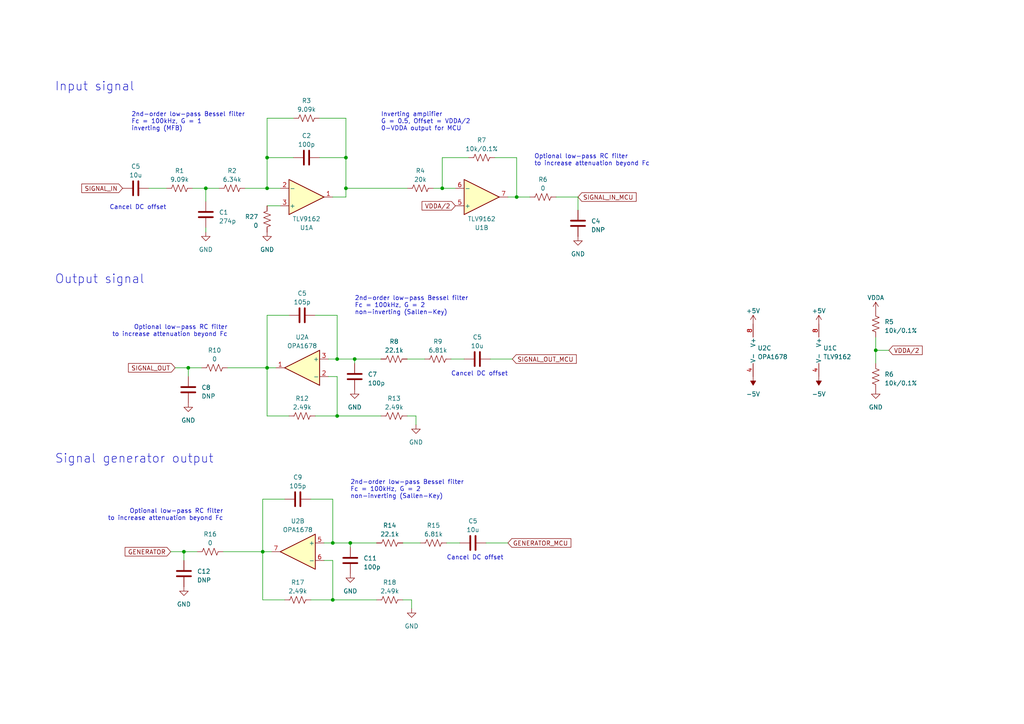
<source format=kicad_sch>
(kicad_sch (version 20230121) (generator eeschema)
  (paper "A4")
  (title_block (title "Analog signal transformation") (date "2023-08-15") (company "bitgloo") (comment 1 "Released under the CERN Open Hardware Licence Version 2 - Strongly Reciprocal"))
  (lib_symbols
    (symbol "Amplifier_Operational:TLV9062xD" (pin_names (offset 0.127))
      (property "Reference" "U" (at 2.54 6.35 0))
      (property "Value" "TLV9062xD" (at 2.54 3.81 0))
      (symbol "TLV9062xD_1_1"
        (polyline (pts (xy 5.08 0) (xy -5.08 5.08) (xy -5.08 -5.08) (xy 5.08 0)) (stroke (width 0.254)) (fill (type background)))
        (pin output line (at 7.62 0 180) (length 2.54) (name "~") (number "1"))
        (pin input line (at -7.62 -2.54 0) (length 2.54) (name "-") (number "2"))
        (pin input line (at -7.62 2.54 0) (length 2.54) (name "+") (number "3"))
      )
      (symbol "TLV9062xD_2_1"
        (polyline (pts (xy 5.08 0) (xy -5.08 5.08) (xy -5.08 -5.08) (xy 5.08 0)) (stroke (width 0.254)) (fill (type background)))
        (pin input line (at -7.62 2.54 0) (length 2.54) (name "+") (number "5"))
        (pin input line (at -7.62 -2.54 0) (length 2.54) (name "-") (number "6"))
        (pin output line (at 7.62 0 180) (length 2.54) (name "~") (number "7"))
      )
      (symbol "TLV9062xD_3_1"
        (pin power_in line (at 0 -7.62 90) (length 3.81) (name "V-") (number "4"))
        (pin power_in line (at 0 7.62 270) (length 3.81) (name "V+") (number "8"))
      )
    )
    (symbol "Device:C" (pin_numbers hide) (pin_names (offset 0.254))
      (property "Reference" "C" (at 0.635 2.54 0))
      (property "Value" "C" (at 0.635 -2.54 0))
      (symbol "C_0_1"
        (polyline (pts (xy -2.032 -0.762) (xy 2.032 -0.762)) (stroke (width 0.508)))
        (polyline (pts (xy -2.032 0.762) (xy 2.032 0.762)) (stroke (width 0.508)))
      )
      (symbol "C_1_1"
        (pin passive line (at 0 3.81 270) (length 2.794) (name "~") (number "1"))
        (pin passive line (at 0 -3.81 90) (length 2.794) (name "~") (number "2"))
      )
    )
    (symbol "Device:R_US" (pin_numbers hide) (pin_names (offset 0))
      (property "Reference" "R" (at 2.54 0 90))
      (property "Value" "R_US" (at -2.54 0 90))
      (symbol "R_US_0_1"
        (polyline (pts (xy 0 -2.286) (xy 0 -2.54)))
        (polyline (pts (xy 0 2.286) (xy 0 2.54)))
        (polyline (pts (xy 0 -0.762) (xy 1.016 -1.143) (xy 0 -1.524) (xy -1.016 -1.905) (xy 0 -2.286)))
        (polyline (pts (xy 0 0.762) (xy 1.016 0.381) (xy 0 0) (xy -1.016 -0.381) (xy 0 -0.762)))
        (polyline (pts (xy 0 2.286) (xy 1.016 1.905) (xy 0 1.524) (xy -1.016 1.143) (xy 0 0.762)))
      )
      (symbol "R_US_1_1"
        (pin passive line (at 0 3.81 270) (length 1.27) (name "~") (number "1"))
        (pin passive line (at 0 -3.81 90) (length 1.27) (name "~") (number "2"))
      )
    )
    (symbol "power:+5V" (power) (pin_names (offset 0))
      (property "Value" "+5V" (at 0 3.556 0))
      (symbol "+5V_0_1"
        (polyline (pts (xy -0.762 1.27) (xy 0 2.54)))
        (polyline (pts (xy 0 0) (xy 0 2.54)))
        (polyline (pts (xy 0 2.54) (xy 0.762 1.27)))
      )
      (symbol "+5V_1_1"
        (pin power_in line (at 0 0 90) (length 0) hide (name "+5V") (number "1"))
      )
    )
    (symbol "power:-5V" (power) (pin_names (offset 0))
      (property "Value" "-5V" (at 0 3.81 0))
      (symbol "-5V_0_0"
        (pin power_in line (at 0 0 90) (length 0) hide (name "-5V") (number "1"))
      )
      (symbol "-5V_0_1"
        (polyline (pts (xy 0 0) (xy 0 1.27) (xy 0.762 1.27) (xy 0 2.54) (xy -0.762 1.27) (xy 0 1.27)) (fill (type outline)))
      )
    )
    (symbol "power:GND" (power) (pin_names (offset 0))
      (property "Value" "GND" (at 0 -3.81 0))
      (symbol "GND_0_1"
        (polyline (pts (xy 0 0) (xy 0 -1.27) (xy 1.27 -1.27) (xy 0 -2.54) (xy -1.27 -1.27) (xy 0 -1.27)))
      )
      (symbol "GND_1_1"
        (pin power_in line (at 0 0 270) (length 0) hide (name "GND") (number "1"))
      )
    )
    (symbol "power:VDDA" (power) (pin_names (offset 0))
      (property "Value" "VDDA" (at 0 3.81 0))
      (symbol "VDDA_0_1"
        (polyline (pts (xy -0.762 1.27) (xy 0 2.54)))
        (polyline (pts (xy 0 0) (xy 0 2.54)))
        (polyline (pts (xy 0 2.54) (xy 0.762 1.27)))
      )
      (symbol "VDDA_1_1"
        (pin power_in line (at 0 0 90) (length 0) hide (name "VDDA") (number "1"))
      )
    )
  )
  (junction (at 76.2 160.02))
  (junction (at 96.52 173.99))
  (junction (at 254 101.6))
  (junction (at 77.47 45.72))
  (junction (at 97.79 104.14))
  (junction (at 102.87 104.14))
  (junction (at 77.47 106.68))
  (junction (at 100.33 45.72))
  (junction (at 149.86 57.15))
  (junction (at 54.61 106.68))
  (junction (at 97.79 120.65))
  (junction (at 101.6 157.48))
  (junction (at 128.27 54.61))
  (junction (at 77.47 54.61))
  (junction (at 53.34 160.02))
  (junction (at 100.33 54.61))
  (junction (at 96.52 157.48))
  (junction (at 59.69 54.61))
  (wire (pts (xy 57.15 160.02) (xy 53.34 160.02)))
  (wire (pts (xy 161.29 57.15) (xy 167.64 57.15)))
  (wire (pts (xy 129.54 157.48) (xy 133.35 157.48)))
  (wire (pts (xy 140.97 157.48) (xy 147.32 157.48)))
  (wire (pts (xy 55.88 54.61) (xy 59.69 54.61)))
  (wire (pts (xy 147.32 57.15) (xy 149.86 57.15)))
  (wire (pts (xy 77.47 106.68) (xy 77.47 120.65)))
  (wire (pts (xy 119.38 176.53) (xy 119.38 173.99)))
  (wire (pts (xy 100.33 34.29) (xy 100.33 45.72)))
  (wire (pts (xy 43.18 54.61) (xy 48.26 54.61)))
  (wire (pts (xy 142.24 104.14) (xy 148.59 104.14)))
  (wire (pts (xy 77.47 106.68) (xy 77.47 91.44)))
  (wire (pts (xy 97.79 104.14) (xy 102.87 104.14)))
  (wire (pts (xy 81.28 59.69) (xy 77.47 59.69)))
  (wire (pts (xy 96.52 157.48) (xy 96.52 144.78)))
  (wire (pts (xy 85.09 45.72) (xy 77.47 45.72)))
  (wire (pts (xy 254 101.6) (xy 254 105.41)))
  (wire (pts (xy 102.87 104.14) (xy 102.87 105.41)))
  (wire (pts (xy 58.42 106.68) (xy 54.61 106.68)))
  (wire (pts (xy 53.34 160.02) (xy 53.34 162.56)))
  (wire (pts (xy 50.8 106.68) (xy 54.61 106.68)))
  (wire (pts (xy 59.69 66.04) (xy 59.69 67.31)))
  (wire (pts (xy 101.6 157.48) (xy 109.22 157.48)))
  (wire (pts (xy 54.61 106.68) (xy 54.61 109.22)))
  (wire (pts (xy 97.79 120.65) (xy 110.49 120.65)))
  (wire (pts (xy 64.77 160.02) (xy 76.2 160.02)))
  (wire (pts (xy 77.47 120.65) (xy 83.82 120.65)))
  (wire (pts (xy 76.2 173.99) (xy 82.55 173.99)))
  (wire (pts (xy 76.2 160.02) (xy 76.2 144.78)))
  (wire (pts (xy 101.6 157.48) (xy 101.6 158.75)))
  (wire (pts (xy 130.81 104.14) (xy 134.62 104.14)))
  (wire (pts (xy 66.04 106.68) (xy 77.47 106.68)))
  (wire (pts (xy 120.65 123.19) (xy 120.65 120.65)))
  (wire (pts (xy 76.2 144.78) (xy 82.55 144.78)))
  (wire (pts (xy 77.47 34.29) (xy 77.47 45.72)))
  (wire (pts (xy 96.52 173.99) (xy 109.22 173.99)))
  (wire (pts (xy 167.64 60.96) (xy 167.64 57.15)))
  (wire (pts (xy 128.27 54.61) (xy 132.08 54.61)))
  (wire (pts (xy 49.53 160.02) (xy 53.34 160.02)))
  (wire (pts (xy 96.52 162.56) (xy 96.52 173.99)))
  (wire (pts (xy 93.98 157.48) (xy 96.52 157.48)))
  (wire (pts (xy 119.38 173.99) (xy 116.84 173.99)))
  (wire (pts (xy 149.86 57.15) (xy 153.67 57.15)))
  (wire (pts (xy 100.33 45.72) (xy 100.33 54.61)))
  (wire (pts (xy 149.86 45.72) (xy 149.86 57.15)))
  (wire (pts (xy 254 101.6) (xy 257.81 101.6)))
  (wire (pts (xy 95.25 104.14) (xy 97.79 104.14)))
  (wire (pts (xy 96.52 57.15) (xy 100.33 57.15)))
  (wire (pts (xy 59.69 54.61) (xy 59.69 58.42)))
  (wire (pts (xy 96.52 157.48) (xy 101.6 157.48)))
  (wire (pts (xy 120.65 120.65) (xy 118.11 120.65)))
  (wire (pts (xy 76.2 160.02) (xy 78.74 160.02)))
  (wire (pts (xy 96.52 144.78) (xy 90.17 144.78)))
  (wire (pts (xy 77.47 54.61) (xy 81.28 54.61)))
  (wire (pts (xy 125.73 54.61) (xy 128.27 54.61)))
  (wire (pts (xy 100.33 54.61) (xy 100.33 57.15)))
  (wire (pts (xy 77.47 106.68) (xy 80.01 106.68)))
  (wire (pts (xy 254 97.79) (xy 254 101.6)))
  (wire (pts (xy 118.11 104.14) (xy 123.19 104.14)))
  (wire (pts (xy 95.25 109.22) (xy 97.79 109.22)))
  (wire (pts (xy 85.09 34.29) (xy 77.47 34.29)))
  (wire (pts (xy 128.27 45.72) (xy 128.27 54.61)))
  (wire (pts (xy 77.47 91.44) (xy 83.82 91.44)))
  (wire (pts (xy 116.84 157.48) (xy 121.92 157.48)))
  (wire (pts (xy 93.98 162.56) (xy 96.52 162.56)))
  (wire (pts (xy 71.12 54.61) (xy 77.47 54.61)))
  (wire (pts (xy 100.33 54.61) (xy 118.11 54.61)))
  (wire (pts (xy 102.87 104.14) (xy 110.49 104.14)))
  (wire (pts (xy 77.47 45.72) (xy 77.47 54.61)))
  (wire (pts (xy 92.71 34.29) (xy 100.33 34.29)))
  (wire (pts (xy 91.44 120.65) (xy 97.79 120.65)))
  (wire (pts (xy 97.79 104.14) (xy 97.79 91.44)))
  (wire (pts (xy 97.79 109.22) (xy 97.79 120.65)))
  (wire (pts (xy 90.17 173.99) (xy 96.52 173.99)))
  (wire (pts (xy 135.89 45.72) (xy 128.27 45.72)))
  (wire (pts (xy 59.69 54.61) (xy 63.5 54.61)))
  (wire (pts (xy 143.51 45.72) (xy 149.86 45.72)))
  (wire (pts (xy 97.79 91.44) (xy 91.44 91.44)))
  (wire (pts (xy 76.2 160.02) (xy 76.2 173.99)))
  (wire (pts (xy 92.71 45.72) (xy 100.33 45.72)))
  (text "Cancel DC offset" (at 31.75 60.96 0) (effects (font (size 1.27 1.27)) (justify left bottom)))
  (text "2nd-order low-pass Bessel filter\nFc = 100kHz, G = 2\nnon-inverting (Sallen-Key)" (at 102.87 91.44 0) (effects (font (size 1.27 1.27)) (justify left bottom)))
  (text "Optional low-pass RC filter\nto increase attenuation beyond Fc" (at 154.94 48.26 0) (effects (font (size 1.27 1.27)) (justify left bottom)))
  (text "2nd-order low-pass Bessel filter\nFc = 100kHz, G = 1\ninverting (MFB)" (at 38.1 38.1 0) (effects (font (size 1.27 1.27)) (justify left bottom)))
  (text "Cancel DC offset" (at 129.54 162.56 0) (effects (font (size 1.27 1.27)) (justify left bottom)))
  (text "Cancel DC offset" (at 130.81 109.22 0) (effects (font (size 1.27 1.27)) (justify left bottom)))
  (text "Inverting amplifier\nG = 0.5, Offset = VDDA/2\n0-VDDA output for MCU" (at 110.49 38.1 0) (effects (font (size 1.27 1.27)) (justify left bottom)))
  (text "Signal generator output" (at 15.875 134.62 0) (effects (font (size 2.54 2.54)) (justify left bottom)))
  (text "2nd-order low-pass Bessel filter\nFc = 100kHz, G = 2\nnon-inverting (Sallen-Key)" (at 101.6 144.78 0) (effects (font (size 1.27 1.27)) (justify left bottom)))
  (text "Optional low-pass RC filter\nto increase attenuation beyond Fc" (at 66.04 97.79 0) (effects (font (size 1.27 1.27)) (justify right bottom)))
  (text "Input signal" (at 15.875 26.67 0) (effects (font (size 2.54 2.54)) (justify left bottom)))
  (text "Optional low-pass RC filter\nto increase attenuation beyond Fc" (at 64.77 151.13 0) (effects (font (size 1.27 1.27)) (justify right bottom)))
  (text "Output signal" (at 15.875 82.55 0) (effects (font (size 2.54 2.54)) (justify left bottom)))
  (global_label "GENERATOR" (shape input) (at 49.53 160.02 180) (property "Intersheetrefs" "${INTERSHEET_REFS}" (effects hide)))
  (global_label "SIGNAL_IN_MCU" (shape input) (at 167.64 57.15 0) (property "Intersheetrefs" "${INTERSHEET_REFS}" (effects hide)))
  (global_label "VDDA{slash}2" (shape input) (at 257.81 101.6 0) (property "Intersheetrefs" "${INTERSHEET_REFS}" (effects hide)))
  (global_label "GENERATOR_MCU" (shape input) (at 147.32 157.48 0) (property "Intersheetrefs" "${INTERSHEET_REFS}" (effects hide)))
  (global_label "SIGNAL_OUT_MCU" (shape input) (at 148.59 104.14 0) (property "Intersheetrefs" "${INTERSHEET_REFS}" (effects hide)))
  (global_label "VDDA{slash}2" (shape input) (at 132.08 59.69 180) (property "Intersheetrefs" "${INTERSHEET_REFS}" (effects hide)))
  (global_label "SIGNAL_IN" (shape input) (at 35.56 54.61 180) (property "Intersheetrefs" "${INTERSHEET_REFS}" (effects hide)))
  (global_label "SIGNAL_OUT" (shape input) (at 50.8 106.68 180) (property "Intersheetrefs" "${INTERSHEET_REFS}" (effects hide)))
  (symbol (lib_id "power:GND") (at 102.87 113.03 0) (unit 1)
    (property "Reference" "#PWR02" (effects hide))
    (property "Value" "GND" (at 102.87 118.11 0))
    (instances (project "DSP PAW add-on board" (path "" (reference "#PWR02") (unit 1)) (path "" (reference "#PWR09") (unit 1))))
  )
  (symbol (lib_id "Device:R_US") (at 121.92 54.61 90) (unit 1)
    (property "Reference" "R4" (at 121.92 49.53 90))
    (property "Value" "20k" (at 121.92 52.07 90))
    (property "Footprint" "Resistor_SMD:R_0603_1608Metric" (effects hide))
    (property "Part Number" "RT0603DRE0720KL" (effects hide))
    (instances (project "DSP PAW add-on board" (path "" (reference "R4") (unit 1)) (path "" (reference "R5") (unit 1))))
  )
  (symbol (lib_id "Device:R_US") (at 86.36 173.99 90) (unit 1)
    (property "Reference" "R17" (at 86.36 168.91 90))
    (property "Value" "2.49k" (at 86.36 171.45 90))
    (property "Footprint" "Resistor_SMD:R_0603_1608Metric" (effects hide))
    (property "Part Number" "RT0603DRE072K49L" (effects hide))
  )
  (symbol (lib_id "Amplifier_Operational:TLV9062xD") (at 86.36 160.02 0) (mirror y) (unit 2)
    (property "Reference" "U2" (at 86.36 151.13 0))
    (property "Value" "OPA1678" (at 86.36 153.67 0))
    (property "Footprint" "Package_SO:SOIC-8_3.9x4.9mm_P1.27mm" (effects hide))
    (property "Part Number" "OPA1652AID" (effects hide))
  )
  (symbol (lib_id "Amplifier_Operational:TLV9062xD") (at 218.44 101.6 0) (unit 3)
    (property "Reference" "U2" (at 219.71 100.965 0) (effects (justify left)))
    (property "Value" "OPA1678" (at 219.71 103.505 0) (effects (justify left)))
    (property "Footprint" "Package_SO:SOIC-8_3.9x4.9mm_P1.27mm" (effects hide))
    (property "Part Number" "OPA1652AID" (effects hide))
  )
  (symbol (lib_id "power:GND") (at 59.69 67.31 0) (unit 1)
    (property "Reference" "#PWR01" (effects hide))
    (property "Value" "GND" (at 59.69 72.39 0))
  )
  (symbol (lib_id "Device:C") (at 59.69 62.23 0) (unit 1)
    (property "Reference" "C1" (at 63.5 61.595 0) (effects (justify left)))
    (property "Value" "274p" (at 63.5 64.135 0) (effects (justify left)))
    (property "Footprint" "Capacitor_SMD:C_0603_1608Metric" (effects hide))
    (property "Part Number" "CC0603KRX7R9BB271" (effects hide))
    (instances (project "DSP PAW add-on board" (path "" (reference "C1") (unit 1)) (path "" (reference "C3") (unit 1))))
  )
  (symbol (lib_id "power:GND") (at 167.64 68.58 0) (unit 1)
    (property "Reference" "#PWR02" (effects hide))
    (property "Value" "GND" (at 167.64 73.66 0))
    (instances (project "DSP PAW add-on board" (path "" (reference "#PWR02") (unit 1)) (path "" (reference "#PWR03") (unit 1))))
  )
  (symbol (lib_id "power:-5V") (at 237.49 109.22 180) (unit 1)
    (property "Reference" "#PWR08" (effects hide))
    (property "Value" "-5V" (at 237.49 114.3 0))
  )
  (symbol (lib_id "power:GND") (at 101.6 166.37 0) (unit 1)
    (property "Reference" "#PWR02" (effects hide))
    (property "Value" "GND" (at 101.6 171.45 0))
    (instances (project "DSP PAW add-on board" (path "" (reference "#PWR02") (unit 1)) (path "" (reference "#PWR013") (unit 1))))
  )
  (symbol (lib_id "Device:R_US") (at 52.07 54.61 90) (unit 1)
    (property "Reference" "R1" (at 52.07 49.53 90))
    (property "Value" "9.09k" (at 52.07 52.07 90))
    (property "Footprint" "Resistor_SMD:R_0603_1608Metric" (effects hide))
    (property "Part Number" "RT0603DRE079K09L" (effects hide))
    (instances (project "DSP PAW add-on board" (path "" (reference "R1") (unit 1)) (path "" (reference "R3") (unit 1))))
  )
  (symbol (lib_id "Device:R_US") (at 127 104.14 90) (unit 1)
    (property "Reference" "R9" (at 127 99.06 90))
    (property "Value" "6.81k" (at 127 101.6 90))
    (property "Footprint" "Resistor_SMD:R_0603_1608Metric" (effects hide))
    (property "Part Number" "RT0603DRE076K81L" (effects hide))
  )
  (symbol (lib_id "Device:R_US") (at 87.63 120.65 90) (unit 1)
    (property "Reference" "R12" (at 87.63 115.57 90))
    (property "Value" "2.49k" (at 87.63 118.11 90))
    (property "Footprint" "Resistor_SMD:R_0603_1608Metric" (effects hide))
    (property "Part Number" "RT0603DRE072K49L" (effects hide))
  )
  (symbol (lib_id "Device:R_US") (at 77.47 63.5 0) (mirror x) (unit 1)
    (property "Reference" "R27" (at 74.93 62.865 0) (effects (justify right)))
    (property "Value" "0" (at 74.93 65.405 0) (effects (justify right)))
    (property "Footprint" "Resistor_SMD:R_0603_1608Metric" (effects hide))
    (property "Part Number" "RMCF0603ZT0R00" (effects hide))
  )
  (symbol (lib_id "power:GND") (at 254 113.03 0) (unit 1)
    (property "Reference" "#PWR05" (effects hide))
    (property "Value" "GND" (at 254 118.11 0))
    (instances (project "DSP PAW add-on board" (path "" (reference "#PWR05") (unit 1)) (path "" (reference "#PWR010") (unit 1))))
  )
  (symbol (lib_id "Device:C") (at 53.34 166.37 180) (unit 1)
    (property "Reference" "C12" (at 57.15 165.735 0) (effects (justify right)))
    (property "Value" "DNP" (at 57.15 168.275 0) (effects (justify right)))
    (property "Footprint" "Capacitor_SMD:C_0603_1608Metric" (effects hide))
  )
  (symbol (lib_id "Amplifier_Operational:TLV9062xD") (at 87.63 106.68 0) (mirror y) (unit 1)
    (property "Reference" "U2" (at 87.63 97.79 0))
    (property "Value" "OPA1678" (at 87.63 100.33 0))
    (property "Footprint" "Package_SO:SOIC-8_3.9x4.9mm_P1.27mm" (effects hide))
    (property "Part Number" "OPA1652AID" (effects hide))
  )
  (symbol (lib_id "Device:C") (at 54.61 113.03 180) (unit 1)
    (property "Reference" "C8" (at 58.42 112.395 0) (effects (justify right)))
    (property "Value" "DNP" (at 58.42 114.935 0) (effects (justify right)))
    (property "Footprint" "Capacitor_SMD:C_0603_1608Metric" (effects hide))
  )
  (symbol (lib_id "Device:C") (at 88.9 45.72 90) (unit 1)
    (property "Reference" "C2" (at 88.9 39.37 90))
    (property "Value" "100p" (at 88.9 41.91 90))
    (property "Footprint" "Capacitor_SMD:C_0603_1608Metric" (effects hide))
    (property "Part Number" "CC0603KPX7R9BB101" (effects hide))
    (instances (project "DSP PAW add-on board" (path "" (reference "C2") (unit 1)) (path "" (reference "C1") (unit 1))))
  )
  (symbol (lib_id "Device:C") (at 102.87 109.22 0) (unit 1)
    (property "Reference" "C7" (at 106.68 108.585 0) (effects (justify left)))
    (property "Value" "100p" (at 106.68 111.125 0) (effects (justify left)))
    (property "Footprint" "Capacitor_SMD:C_0603_1608Metric" (effects hide))
    (property "Part Number" "CC0603KPX7R9BB101" (effects hide))
  )
  (symbol (lib_id "power:GND") (at 77.47 67.31 0) (unit 1)
    (property "Reference" "#PWR02" (effects hide))
    (property "Value" "GND" (at 77.47 72.39 0))
  )
  (symbol (lib_id "Device:C") (at 87.63 91.44 90) (unit 1)
    (property "Reference" "C5" (at 87.63 85.09 90))
    (property "Value" "105p" (at 87.63 87.63 90))
    (property "Footprint" "Capacitor_SMD:C_0603_1608Metric" (effects hide))
    (property "Part Number" "CC0603KPX7R9BB101" (effects hide))
  )
  (symbol (lib_id "Device:R_US") (at 67.31 54.61 90) (unit 1)
    (property "Reference" "R2" (at 67.31 49.53 90))
    (property "Value" "6.34k" (at 67.31 52.07 90))
    (property "Footprint" "Resistor_SMD:R_0603_1608Metric" (effects hide))
    (property "Part Number" "RT0603DRE076K34L" (effects hide))
    (instances (project "DSP PAW add-on board" (path "" (reference "R2") (unit 1)) (path "" (reference "R4") (unit 1))))
  )
  (symbol (lib_id "Device:R_US") (at 62.23 106.68 90) (unit 1)
    (property "Reference" "R10" (at 62.23 101.6 90))
    (property "Value" "0" (at 62.23 104.14 90))
    (property "Footprint" "Resistor_SMD:R_0603_1608Metric" (effects hide))
    (property "Part Number" "RMCF0603ZT0R00" (effects hide))
  )
  (symbol (lib_id "power:VDDA") (at 254 90.17 0) (unit 1)
    (property "Reference" "#PWR06" (effects hide))
    (property "Value" "VDDA" (at 254 86.36 0))
    (instances (project "DSP PAW add-on board" (path "" (reference "#PWR06") (unit 1)) (path "" (reference "#PWR04") (unit 1))))
  )
  (symbol (lib_id "Device:R_US") (at 125.73 157.48 90) (unit 1)
    (property "Reference" "R15" (at 125.73 152.4 90))
    (property "Value" "6.81k" (at 125.73 154.94 90))
    (property "Footprint" "Resistor_SMD:R_0603_1608Metric" (effects hide))
    (property "Part Number" "RT0603DRE076K81L" (effects hide))
  )
  (symbol (lib_id "power:+5V") (at 218.44 93.98 0) (unit 1)
    (property "Reference" "#PWR07" (effects hide))
    (property "Value" "+5V" (at 218.44 90.17 0))
    (instances (project "DSP PAW add-on board" (path "" (reference "#PWR07") (unit 1)) (path "" (reference "#PWR05") (unit 1))))
  )
  (symbol (lib_id "Device:C") (at 101.6 162.56 0) (unit 1)
    (property "Reference" "C11" (at 105.41 161.925 0) (effects (justify left)))
    (property "Value" "100p" (at 105.41 164.465 0) (effects (justify left)))
    (property "Footprint" "Capacitor_SMD:C_0603_1608Metric" (effects hide))
    (property "Part Number" "CC0603KPX7R9BB101" (effects hide))
  )
  (symbol (lib_id "Device:R_US") (at 139.7 45.72 90) (unit 1)
    (property "Reference" "R7" (at 139.7 40.64 90))
    (property "Value" "10k/0.1%" (at 139.7 43.18 90))
    (property "Footprint" "Resistor_SMD:R_0603_1608Metric" (effects hide))
    (property "Part Number" "RN73R1JTTD1002B25" (effects hide))
    (instances (project "DSP PAW add-on board" (path "" (reference "R7") (unit 1)) (path "" (reference "R2") (unit 1))))
  )
  (symbol (lib_id "power:+5V") (at 237.49 93.98 0) (unit 1)
    (property "Reference" "#PWR07" (effects hide))
    (property "Value" "+5V" (at 237.49 90.17 0))
    (instances (project "DSP PAW add-on board" (path "" (reference "#PWR07") (unit 1)) (path "" (reference "#PWR06") (unit 1))))
  )
  (symbol (lib_id "Device:C") (at 167.64 64.77 0) (unit 1)
    (property "Reference" "C4" (at 171.45 64.135 0) (effects (justify left)))
    (property "Value" "DNP" (at 171.45 66.675 0) (effects (justify left)))
    (property "Footprint" "Capacitor_SMD:C_0603_1608Metric" (effects hide))
  )
  (symbol (lib_id "Amplifier_Operational:TLV9062xD") (at 237.49 101.6 0) (unit 3)
    (property "Reference" "U1" (at 238.76 100.965 0) (effects (justify left)))
    (property "Value" "TLV9162" (at 238.76 103.505 0) (effects (justify left)))
    (property "Footprint" "Package_SO:SOIC-8_3.9x4.9mm_P1.27mm" (effects hide))
    (property "Datasheet" "https://www.ti.com/lit/ds/symlink/tlv9162.pdf" (effects hide))
    (property "Part Number" "TLV9162IDR" (effects hide))
  )
  (symbol (lib_id "power:GND") (at 53.34 170.18 0) (unit 1)
    (property "Reference" "#PWR01" (effects hide))
    (property "Value" "GND" (at 53.34 175.26 0))
    (instances (project "DSP PAW add-on board" (path "" (reference "#PWR01") (unit 1)) (path "" (reference "#PWR014") (unit 1))))
  )
  (symbol (lib_id "power:-5V") (at 218.44 109.22 180) (unit 1)
    (property "Reference" "#PWR08" (effects hide))
    (property "Value" "-5V" (at 218.44 114.3 0))
    (instances (project "DSP PAW add-on board" (path "" (reference "#PWR08") (unit 1)) (path "" (reference "#PWR07") (unit 1))))
  )
  (symbol (lib_id "Device:R_US") (at 60.96 160.02 90) (unit 1)
    (property "Reference" "R16" (at 60.96 154.94 90))
    (property "Value" "0" (at 60.96 157.48 90))
    (property "Footprint" "Resistor_SMD:R_0603_1608Metric" (effects hide))
    (property "Part Number" "RMCF0603ZT0R00" (effects hide))
  )
  (symbol (lib_id "Device:R_US") (at 114.3 104.14 90) (unit 1)
    (property "Reference" "R8" (at 114.3 99.06 90))
    (property "Value" "22.1k" (at 114.3 101.6 90))
    (property "Footprint" "Resistor_SMD:R_0603_1608Metric" (effects hide))
    (property "Part Number" "RT0603DRE0722K1L" (effects hide))
  )
  (symbol (lib_id "Device:C") (at 137.16 157.48 90) (unit 1)
    (property "Reference" "C5" (at 137.16 151.13 90))
    (property "Value" "10u" (at 137.16 153.67 90))
    (property "Footprint" "Capacitor_SMD:C_0805_2012Metric" (effects hide))
    (property "Part Number" "CL21A106KOQNNNE" (effects hide))
    (instances (project "DSP PAW add-on board" (path "" (reference "C5") (unit 1)) (path "" (reference "C10") (unit 1))))
  )
  (symbol (lib_id "power:GND") (at 120.65 123.19 0) (unit 1)
    (property "Reference" "#PWR02" (effects hide))
    (property "Value" "GND" (at 120.65 128.27 0))
    (instances (project "DSP PAW add-on board" (path "" (reference "#PWR02") (unit 1)) (path "" (reference "#PWR012") (unit 1))))
  )
  (symbol (lib_id "power:GND") (at 119.38 176.53 0) (unit 1)
    (property "Reference" "#PWR02" (effects hide))
    (property "Value" "GND" (at 119.38 181.61 0))
    (instances (project "DSP PAW add-on board" (path "" (reference "#PWR02") (unit 1)) (path "" (reference "#PWR015") (unit 1))))
  )
  (symbol (lib_id "Device:R_US") (at 254 109.22 180) (unit 1)
    (property "Reference" "R6" (at 256.54 108.585 0) (effects (justify right)))
    (property "Value" "10k/0.1%" (at 256.54 111.125 0) (effects (justify right)))
    (property "Footprint" "Resistor_SMD:R_0603_1608Metric" (effects hide))
    (property "Part Number" "RN73R1JTTD1002B25" (effects hide))
    (instances (project "DSP PAW add-on board" (path "" (reference "R6") (unit 1)) (path "" (reference "R11") (unit 1))))
  )
  (symbol (lib_id "Amplifier_Operational:TLV9062xD") (at 139.7 57.15 0) (mirror x) (unit 2)
    (property "Reference" "U1" (at 139.7 66.04 0))
    (property "Value" "TLV9162" (at 139.7 63.5 0))
    (property "Footprint" "Package_SO:SOIC-8_3.9x4.9mm_P1.27mm" (effects hide))
    (property "Datasheet" "https://www.ti.com/lit/ds/symlink/tlv9162.pdf" (effects hide))
    (property "Part Number" "TLV9162IDR" (effects hide))
  )
  (symbol (lib_id "Device:R_US") (at 113.03 157.48 90) (unit 1)
    (property "Reference" "R14" (at 113.03 152.4 90))
    (property "Value" "22.1k" (at 113.03 154.94 90))
    (property "Footprint" "Resistor_SMD:R_0603_1608Metric" (effects hide))
    (property "Part Number" "RT0603DRE0722K1L" (effects hide))
  )
  (symbol (lib_id "Device:C") (at 138.43 104.14 90) (unit 1)
    (property "Reference" "C5" (at 138.43 97.79 90))
    (property "Value" "10u" (at 138.43 100.33 90))
    (property "Footprint" "Capacitor_SMD:C_0805_2012Metric" (effects hide))
    (property "Part Number" "CL21A106KOQNNNE" (effects hide))
    (instances (project "DSP PAW add-on board" (path "" (reference "C5") (unit 1)) (path "" (reference "C6") (unit 1))))
  )
  (symbol (lib_id "Device:R_US") (at 157.48 57.15 90) (unit 1)
    (property "Reference" "R6" (at 157.48 52.07 90))
    (property "Value" "0" (at 157.48 54.61 90))
    (property "Footprint" "Resistor_SMD:R_0603_1608Metric" (effects hide))
    (property "Part Number" "RMCF0603ZT0R00" (effects hide))
  )
  (symbol (lib_id "power:GND") (at 54.61 116.84 0) (unit 1)
    (property "Reference" "#PWR01" (effects hide))
    (property "Value" "GND" (at 54.61 121.92 0))
    (instances (project "DSP PAW add-on board" (path "" (reference "#PWR01") (unit 1)) (path "" (reference "#PWR011") (unit 1))))
  )
  (symbol (lib_id "Device:C") (at 39.37 54.61 90) (unit 1)
    (property "Reference" "C5" (at 39.37 48.26 90))
    (property "Value" "10u" (at 39.37 50.8 90))
    (property "Footprint" "Capacitor_SMD:C_0805_2012Metric" (effects hide))
    (property "Part Number" "CL21A106KOQNNNE" (effects hide))
    (instances (project "DSP PAW add-on board" (path "" (reference "C5") (unit 1)) (path "" (reference "C2") (unit 1))))
  )
  (symbol (lib_id "Device:R_US") (at 113.03 173.99 90) (unit 1)
    (property "Reference" "R18" (at 113.03 168.91 90))
    (property "Value" "2.49k" (at 113.03 171.45 90))
    (property "Footprint" "Resistor_SMD:R_0603_1608Metric" (effects hide))
    (property "Part Number" "RT0603DRE072K49L" (effects hide))
  )
  (symbol (lib_id "Amplifier_Operational:TLV9062xD") (at 88.9 57.15 0) (mirror x) (unit 1)
    (property "Reference" "U1" (at 88.9 66.04 0))
    (property "Value" "TLV9162" (at 88.9 63.5 0))
    (property "Footprint" "Package_SO:SOIC-8_3.9x4.9mm_P1.27mm" (effects hide))
    (property "Datasheet" "https://www.ti.com/lit/ds/symlink/tlv9162.pdf" (effects hide))
    (property "Part Number" "TLV9162IDR" (effects hide))
  )
  (symbol (lib_id "Device:R_US") (at 254 93.98 180) (unit 1)
    (property "Reference" "R5" (at 256.54 93.345 0) (effects (justify right)))
    (property "Value" "10k/0.1%" (at 256.54 95.885 0) (effects (justify right)))
    (property "Footprint" "Resistor_SMD:R_0603_1608Metric" (effects hide))
    (property "Part Number" "RN73R1JTTD1002B25" (effects hide))
    (instances (project "DSP PAW add-on board" (path "" (reference "R5") (unit 1)) (path "" (reference "R7") (unit 1))))
  )
  (symbol (lib_id "Device:R_US") (at 114.3 120.65 90) (unit 1)
    (property "Reference" "R13" (at 114.3 115.57 90))
    (property "Value" "2.49k" (at 114.3 118.11 90))
    (property "Footprint" "Resistor_SMD:R_0603_1608Metric" (effects hide))
    (property "Part Number" "RT0603DRE072K49L" (effects hide))
  )
  (symbol (lib_id "Device:C") (at 86.36 144.78 90) (unit 1)
    (property "Reference" "C9" (at 86.36 138.43 90))
    (property "Value" "105p" (at 86.36 140.97 90))
    (property "Footprint" "Capacitor_SMD:C_0603_1608Metric" (effects hide))
    (property "Part Number" "CC0603KPX7R9BB101" (effects hide))
  )
  (symbol (lib_id "Device:R_US") (at 88.9 34.29 90) (unit 1)
    (property "Reference" "R3" (at 88.9 29.21 90))
    (property "Value" "9.09k" (at 88.9 31.75 90))
    (property "Footprint" "Resistor_SMD:R_0603_1608Metric" (effects hide))
    (property "Part Number" "RT0603DRE079K09L" (effects hide))
    (instances (project "DSP PAW add-on board" (path "" (reference "R3") (unit 1)) (path "" (reference "R1") (unit 1))))
  )
)
</source>
